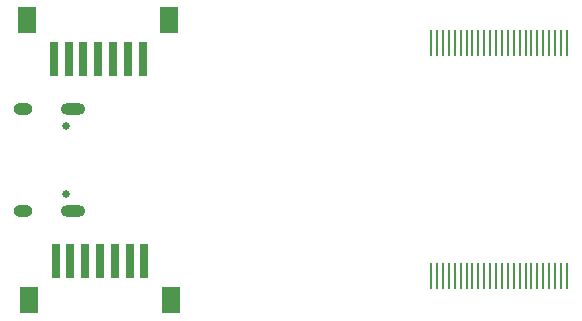
<source format=gbs>
G04 #@! TF.GenerationSoftware,KiCad,Pcbnew,(6.0.11-0)*
G04 #@! TF.CreationDate,2023-03-08T20:48:50+08:00*
G04 #@! TF.ProjectId,slimarm_classic_2410,736c696d-6172-46d5-9f63-6c6173736963,rev?*
G04 #@! TF.SameCoordinates,Original*
G04 #@! TF.FileFunction,Soldermask,Bot*
G04 #@! TF.FilePolarity,Negative*
%FSLAX46Y46*%
G04 Gerber Fmt 4.6, Leading zero omitted, Abs format (unit mm)*
G04 Created by KiCad (PCBNEW (6.0.11-0)) date 2023-03-08 20:48:50*
%MOMM*%
%LPD*%
G01*
G04 APERTURE LIST*
%ADD10C,0.650000*%
%ADD11O,1.600000X1.000000*%
%ADD12O,2.100000X1.000000*%
%ADD13R,0.711200X3.000000*%
%ADD14R,1.600200X2.209800*%
%ADD15R,0.254000X2.182700*%
G04 APERTURE END LIST*
D10*
G04 #@! TO.C,J1*
X16907500Y-24612600D03*
X16907500Y-30392600D03*
D11*
X13257500Y-31822600D03*
D12*
X17437500Y-23182600D03*
X17437500Y-31822600D03*
D11*
X13257500Y-23182600D03*
G04 #@! TD*
D13*
G04 #@! TO.C,J3*
X23350000Y-18950000D03*
X22100000Y-18950000D03*
X20850000Y-18950000D03*
X19600000Y-18950000D03*
X18350000Y-18950000D03*
X17100000Y-18950000D03*
X15850000Y-18950000D03*
D14*
X13602900Y-15648000D03*
X25597100Y-15648000D03*
G04 #@! TD*
D13*
G04 #@! TO.C,J2*
X16000000Y-36070500D03*
X17250000Y-36070500D03*
X18500000Y-36070500D03*
X19750000Y-36070500D03*
X21000000Y-36070500D03*
X22250000Y-36070500D03*
X23500000Y-36070500D03*
D14*
X25747100Y-39372500D03*
X13752900Y-39372500D03*
G04 #@! TD*
D15*
G04 #@! TO.C,U5*
X59282198Y-37285350D03*
X58782199Y-37285350D03*
X58282200Y-37285350D03*
X57782198Y-37285350D03*
X57282199Y-37285350D03*
X56782200Y-37285350D03*
X56282199Y-37285350D03*
X55782200Y-37285350D03*
X55282198Y-37285350D03*
X54782199Y-37285350D03*
X54282200Y-37285350D03*
X53782199Y-37285350D03*
X53282199Y-37285350D03*
X52782198Y-37285350D03*
X52282199Y-37285350D03*
X51782200Y-37285350D03*
X51282198Y-37285350D03*
X50782199Y-37285350D03*
X50282198Y-37285350D03*
X49782199Y-37285350D03*
X49282200Y-37285350D03*
X48782198Y-37285350D03*
X48282199Y-37285350D03*
X47782198Y-37285350D03*
X47782200Y-17613050D03*
X48282199Y-17613050D03*
X48782198Y-17613050D03*
X49282200Y-17613050D03*
X49782199Y-17613050D03*
X50282200Y-17613050D03*
X50782199Y-17613050D03*
X51282198Y-17613050D03*
X51782200Y-17613050D03*
X52282199Y-17613050D03*
X52782201Y-17613050D03*
X53282199Y-17613050D03*
X53782199Y-17613050D03*
X54282200Y-17613050D03*
X54782199Y-17613050D03*
X55282198Y-17613050D03*
X55782200Y-17613050D03*
X56282199Y-17613050D03*
X56782200Y-17613050D03*
X57282199Y-17613050D03*
X57782198Y-17613050D03*
X58282200Y-17613050D03*
X58782199Y-17613050D03*
X59282200Y-17613050D03*
G04 #@! TD*
M02*

</source>
